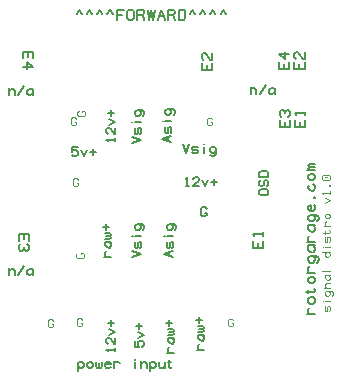
<source format=gto>
%FSTAX24Y24*%
%MOIN*%
%IN SILK1.GBR *%
%ADD10C,0.0043*%
%ADD11C,0.0050*%
%ADD12C,0.0057*%
D11*X007875Y0013D02*G01X0081D01*X007938Y001488D02*X0079Y001425D01*
Y001362D01*X007938Y0013D01*X0081Y0018D02*X0079D01*X008035Y0016D02*
X007972Y001618D01*X00793Y001645D01*X007908Y00168D01*X0079Y001705D01*
Y001725D01*Y00176D01*X00792Y0018D01*X008038Y0016D02*X008052D01*
X008062Y001602D01*X008075Y00161D01*X008085Y001628D01*X0081Y001662D01*
Y001718D01*X008078Y00177D01*X00805Y0018D01*X0079Y0019D02*X00805D01*
X0081Y001938D01*Y001962D01*X00805Y002D01*X0081Y002038D01*Y002062D01*
X00805Y0021D01*X0079D01*X00805Y002D02*X007938D01*X00795Y0022D02*
Y0024D01*X00785Y0023D02*X00805D01*D10*X004929Y009371D02*
X004886Y009329D01*Y009243D01*X004929Y0092D01*X0051D01*
X005143Y009243D01*Y009329D01*X0051Y009371D01*X005036D01*Y009329D01*D11*
X008875Y0014D02*X0091D01*X008938Y001588D02*X0089Y001525D01*Y001462D01*
X008938Y0014D01*X0091Y0019D02*X0089D01*X009035Y0017D02*
X008972Y001718D01*X00893Y001745D01*X008908Y00178D01*X0089Y001805D01*
Y001825D01*Y00186D01*X00892Y0019D01*X009038Y0017D02*X009052D01*
X009062Y001702D01*X009075Y00171D01*X009085Y001728D01*X0091Y001762D01*
Y001818D01*X009078Y00187D01*X00905Y0019D01*X0089Y002D02*X00905D01*
X0091Y002038D01*Y002062D01*X00905Y0021D01*X0091Y002138D01*Y002162D01*
X00905Y0022D01*X0089D01*X00905Y0021D02*X008938D01*X00895Y0023D02*
Y0025D01*X00885Y0024D02*X00905D01*X006694Y008306D02*X006994Y008406D01*
X006694Y008506D01*X006994Y008731D02*Y008669D01*X006969Y008606D02*
X006994Y008631D01*Y008769D01*X006969Y008794D01*X006919D01*
X006894Y008769D01*Y008631D01*X006869Y008606D01*X006819D01*
X006794Y008631D01*Y008769D01*X006819Y008794D01*X0068Y009D02*X006994D01*
X006719D02*X006712D01*X006931Y009394D02*X006994Y009331D01*Y009269D01*
X006931Y009206D01*X006844D01*X006794Y009269D01*Y009331D01*
X006856Y009394D01*X007044D01*X007106Y009331D01*Y009269D01*
X007069Y009206D01*X0059Y00135D02*X00585Y0014D01*X00615D01*Y00145D01*
Y0014D02*Y00135D01*X0059Y0016D02*X00585Y00165D01*Y00175D01*
X0059Y0018D01*X00595D01*X006Y00175D01*X0061Y0016D01*X00615D01*Y0018D01*
X00595Y0019D02*X00615Y002D01*X00595Y0021D01*X006Y0022D02*Y0024D01*
X0059Y0023D02*X0061D01*D12*X005029Y0126D02*X004943Y012714D01*
X004857Y0126D01*X005371D02*X005286Y012714D01*X0052Y0126D01*X005714D02*
X005629Y012714D01*X005543Y0126D01*X006057D02*X005971Y012714D01*
X005886Y0126D01*X006429Y012743D02*X0062D01*Y012571D01*Y0124D01*
Y012571D02*X006371D01*X006771Y012686D02*X006714Y012743D01*X0066D01*
X006543Y012686D01*Y012457D01*X0066Y0124D01*X006714D01*
X006771Y012457D01*Y012686D01*X006886Y0124D02*Y012743D01*X007057D01*
X007114Y012686D01*Y012629D01*X007057Y012571D01*X007114Y0124D01*
X007057Y012571D02*X006886D01*X007229Y012743D02*X007286Y0124D01*
X007343Y012743D01*X0074Y0124D01*X007457Y012743D01*X007571Y0124D02*
X007686Y012743D01*X007757Y012529D01*X0078Y0124D01*X007757Y012529D02*
X007614D01*X007914Y0124D02*Y012743D01*X008086D01*X008143Y012686D01*
Y012629D01*X008086Y012571D01*X008143Y0124D01*X008086Y012571D02*
X007914D01*X008486Y012686D02*X008429Y012743D01*X008257D01*Y0124D01*
X008429D01*X008486Y012457D01*Y012686D01*X0088Y0126D02*
X008714Y012714D01*X008629Y0126D01*X009143D02*X009057Y012714D01*
X008971Y0126D01*X009486D02*X0094Y012714D01*X009314Y0126D01*X009829D02*
X009743Y012714D01*X009657Y0126D01*D11*X011Y00675D02*X01095Y0067D01*
Y0066D01*X011Y00655D01*X0112D01*X01125Y0066D01*Y0067D01*X0112Y00675D01*
X011D01*Y00705D02*X01095Y007D01*Y0069D01*X011Y00685D01*X01105D01*
X0111Y0069D01*Y007D01*X01115Y00705D01*X0112D01*X01125Y007D01*Y0069D01*
X0112Y00685D01*X011Y00735D02*X01095Y0073D01*Y00715D01*X01125D01*
Y0073D01*X0112Y00735D01*X011D01*D12*X012114Y010986D02*Y010757D01*
X012286D01*X012457D01*Y010986D01*X012286Y010757D02*Y010929D01*
X012171Y0111D02*X012114Y011157D01*Y011271D01*X012171Y011329D01*
X012229D01*X012286Y011271D01*X0124Y0111D01*X012457D01*Y011329D01*D10*
X0133Y0028D02*Y002746D01*X013279Y002693D02*X0133Y002714D01*Y002832D01*
X013279Y002854D01*X013236D01*X013214Y002832D01*Y002714D01*
X013193Y002693D01*X01315D01*X013129Y002714D01*Y002832D01*
X01315Y002854D01*X013134Y00303D02*X0133D01*X013064D02*X013059D01*
X013246Y003368D02*X0133Y003314D01*Y003261D01*X013246Y003207D01*
X013171D01*X013129Y003261D01*Y003314D01*X013182Y003368D01*X013343D01*
X013396Y003314D01*Y003261D01*X013364Y003207D01*X013107Y003464D02*
X0133D01*X013182D02*X013129Y003518D01*Y003571D01*X013182Y003625D01*
X0133D01*Y003893D02*X013129D01*X013244Y003721D02*X013191Y003736D01*
X013154Y00376D01*X013135Y00379D01*X013129Y003811D01*Y003829D01*
Y003859D01*X013146Y003893D01*X013246Y003721D02*X013259D01*
X013268Y003724D01*X013279Y00373D01*X013287Y003745D01*X0133Y003775D01*
Y003822D01*X013281Y003867D01*X013257Y003893D01*X0133Y004021D02*
X013043D01*Y004654D02*X0133D01*X013182D02*X013129Y0046D01*Y004546D01*
X013171Y004493D01*X013246D01*X0133Y004546D01*Y0046D01*
X013246Y004654D01*X013134Y00483D02*X0133D01*X013064D02*X013059D01*
X0133Y005114D02*Y005061D01*X013279Y005007D02*X0133Y005029D01*
Y005146D01*X013279Y005168D01*X013236D01*X013214Y005146D01*Y005029D01*
X013193Y005007D01*X01315D01*X013129Y005029D01*Y005146D01*
X01315Y005168D01*X013086Y005307D02*X013279D01*X0133Y005329D01*
Y005361D01*X013279Y005382D01*X013129Y005264D02*Y00535D01*
X013107Y005521D02*X0133D01*X013161Y005682D02*X013129Y005629D01*
Y005575D01*X013161Y005521D01*X013246Y005779D02*X013182D01*
X013129Y005832D01*Y005886D01*X013182Y005939D01*X013246D01*
X0133Y005886D01*Y005832D01*X013246Y005779D01*X013129Y006293D02*
X0133Y006379D01*X013129Y006464D01*X013086Y006593D02*X013043Y006636D01*
X0133D01*Y006679D01*Y006636D02*Y006593D01*Y006871D02*Y006893D01*
X013279D01*Y006871D01*X0133D01*X013086Y007236D02*X013043Y007193D01*
Y007107D01*X013086Y007064D01*X013257D01*X0133Y007107D01*Y007193D01*
X013257Y007236D01*X013086D01*X013129Y00715D02*X013214D01*D11*
X0026Y010125D02*Y0099D01*Y010038D02*X002662Y0101D01*X002725D01*
X002788Y010038D01*Y0099D01*X0029D02*X0031Y0102D01*X0034Y0099D02*
Y0101D01*X0032Y009965D02*X003218Y010028D01*X003245Y01007D01*
X00328Y010092D01*X003305Y0101D01*X003325D01*X00336D01*X0034Y01008D01*
X0032Y009962D02*Y009948D01*X003202Y009938D01*X00321Y009925D01*
X003228Y009915D01*X003262Y0099D01*X003318D01*X00337Y009922D01*
X0034Y00995D01*X008062Y0045D02*X007762Y0046D01*X00795Y004662D01*
X008062Y0047D01*X00795Y004662D02*Y004538D01*X008062Y004925D02*
Y004862D01*X008038Y0048D02*X008062Y004825D01*Y004962D01*
X008038Y004988D01*X007988D01*X007962Y004962D01*Y004825D01*
X007938Y0048D01*X007888D01*X007862Y004825D01*Y004962D01*
X007888Y004988D01*X007869Y005194D02*X008062D01*X007788D02*X007781D01*
X008Y005588D02*X008062Y005525D01*Y005462D01*X008Y0054D01*X007912D01*
X007862Y005462D01*Y005525D01*X007925Y005588D01*X008112D01*
X008175Y005525D01*Y005462D01*X008138Y0054D01*D12*X012129Y009057D02*
Y008829D01*X0123D01*X012471D01*Y009057D01*X0123Y008829D02*Y009D01*
X012186Y009229D02*X012129Y009286D01*X012471D01*Y009343D01*Y009286D02*
Y009229D01*X009029Y010957D02*Y010729D01*X0092D01*X009371D01*Y010957D01*
X0092Y010729D02*Y0109D01*X009086Y011071D02*X009029Y011129D01*
Y011243D01*X009086Y0113D01*X009143D01*X0092Y011243D01*
X009314Y011071D01*X009371D01*Y0113D01*D10*X004071Y002371D02*
X004029Y002414D01*X003943D01*X0039Y002371D01*Y0022D01*
X003943Y002157D01*X004029D01*X004071Y0022D01*Y002264D01*X004029D01*D11*
X0092Y0061D02*X00915Y00615D01*X00905D01*X009Y0061D01*Y0059D01*
X00905Y00585D01*X00915D01*X0092Y0059D01*Y005975D01*X00915D01*
X0026Y004125D02*Y0039D01*Y004038D02*X002662Y0041D01*X002725D01*
X002788Y004038D01*Y0039D01*X0029D02*X0031Y0042D01*X0034Y0039D02*
Y0041D01*X0032Y003965D02*X003218Y004028D01*X003245Y00407D01*
X00328Y004092D01*X003305Y0041D01*X003325D01*X00336D01*X0034Y00408D01*
X0032Y003962D02*Y003948D01*X003202Y003938D01*X00321Y003925D01*
X003228Y003915D01*X003262Y0039D01*X003318D01*X00337Y003922D01*
X0034Y00395D01*D12*X003271Y005043D02*Y005271D01*X0031D01*X002929D01*
Y005043D01*X0031Y005271D02*Y0051D01*X003214Y004929D02*
X003271Y004871D01*Y004757D01*X003214Y0047D01*X003157D01*
X0031Y004757D01*X003043Y0047D01*X002986D01*X002929Y004757D01*
Y004871D01*X002986Y004929D01*X0031Y004757D02*Y004814D01*D10*
X004886Y004629D02*X004843Y004586D01*Y0045D01*X004886Y004457D01*
X005057D01*X0051Y0045D01*Y004586D01*X005057Y004629D01*X004993D01*
Y004586D01*D11*X0068Y0017D02*Y0015D01*X00695D01*X0069Y00155D01*
Y00165D01*X00695Y0017D01*X00705D01*X0071Y00165D01*Y00155D01*
X00705Y0015D01*X0069Y0018D02*X0071Y0019D01*X0069Y002D01*X00695Y0021D02*
Y0023D01*X00685Y0022D02*X00705D01*D10*X0049Y007071D02*
X004857Y007114D01*X004771D01*X004729Y007071D01*Y0069D01*
X004771Y006857D01*X004857D01*X0049Y0069D01*Y006964D01*X004857D01*D12*
X0116Y010986D02*Y010757D01*X011771D01*X011943D01*Y010986D01*
X011771Y010757D02*Y010929D01*X011943Y011271D02*X0116D01*X0118Y0111D01*
Y011329D01*D11*X010655Y010155D02*Y00993D01*Y010068D02*X010718Y01013D01*
X01078D01*X010842Y010068D01*Y00993D01*X010955D02*X011155Y01023D01*
X011455Y00993D02*Y01013D01*X011255Y009995D02*X011272Y010058D01*
X0113Y0101D01*X011335Y010122D01*X01136Y01013D01*X01138D01*X011415D01*
X011455Y01011D01*X011255Y009992D02*Y009978D01*X011258Y009968D01*
X011265Y009955D01*X011282Y009945D01*X011318Y00993D01*X011372D01*
X011425Y009952D01*X011455Y00998D01*D10*X004843Y009107D02*
X0048Y00915D01*X004714D01*X004671Y009107D01*Y008936D01*
X004714Y008893D01*X0048D01*X004843Y008936D01*Y009D01*X0048D01*D11*
X0059Y00835D02*X00585Y0084D01*X00615D01*Y00845D01*Y0084D02*Y00835D01*
X0059Y0086D02*X00585Y00865D01*Y00875D01*X0059Y0088D01*X00595D01*
X006Y00875D01*X0061Y0086D01*X00615D01*Y0088D01*X00595Y0089D02*
X00615Y009D01*X00595Y0091D01*X006Y0092D02*Y0094D01*X0059Y0093D02*
X0061D01*X008012Y008338D02*X007712Y008438D01*X0079Y0085D01*
X008012Y008538D01*X0079Y0085D02*Y008375D01*X008012Y008762D02*Y0087D01*
X007988Y008638D02*X008012Y008662D01*Y0088D01*X007988Y008825D01*
X007938D01*X007912Y0088D01*Y008662D01*X007888Y008638D01*X007838D01*
X007812Y008662D01*Y0088D01*X007838Y008825D01*X007819Y009031D02*
X008012D01*X007738D02*X007731D01*X00795Y009425D02*X008012Y009362D01*
Y0093D01*X00795Y009238D01*X007862D01*X007812Y0093D01*Y009362D01*
X007875Y009425D01*X008062D01*X008125Y009362D01*Y0093D01*
X008088Y009238D01*X0085Y0071D02*X00855Y00715D01*Y00685D01*X0086D01*
X00855D02*X0085D01*X00875Y0071D02*X0088Y00715D01*X0089D01*
X00895Y0071D01*Y00705D01*X0089Y007D01*X00875Y0069D01*Y00685D01*
X00895D01*X00905Y00705D02*X00915Y00685D01*X00925Y00705D01*
X00935Y007D02*X00955D01*X00945Y0071D02*Y0069D01*X005775Y0045D02*
X006D01*X005838Y004688D02*X0058Y004625D01*Y004562D01*X005838Y0045D01*
X006Y005D02*X0058D01*X005935Y0048D02*X005872Y004818D01*
X00583Y004845D01*X005808Y00488D01*X0058Y004905D01*Y004925D01*Y00496D01*
X00582Y005D01*X005938Y0048D02*X005952D01*X005962Y004802D01*
X005975Y00481D01*X005985Y004828D01*X006Y004862D01*Y004918D01*
X005978Y00497D01*X00595Y005D01*X0058Y0051D02*X00595D01*X006Y005138D01*
Y005162D01*X00595Y0052D01*X006Y005238D01*Y005262D01*X00595Y0053D01*
X0058D01*X00595Y0052D02*X005838D01*X00585Y0054D02*Y0056D01*
X00575Y0055D02*X00595D01*X0049Y001D02*Y000688D01*Y000862D02*
X004962Y0008D01*X005025D01*X005088Y000862D01*Y000938D01*X005025Y001D01*
X004962D01*X0049Y00095D01*X0052Y000862D02*Y000938D01*X005262Y001D01*
X005325D01*X005388Y000938D01*Y000862D01*X005325Y0008D01*X005262D01*
X0052Y000862D01*X0055Y001D02*Y00085D01*X005538Y0008D01*X005562D01*
X0056Y00085D01*X005638Y0008D01*X005662D01*X0057Y00085D01*Y001D01*
X0056Y00085D02*Y000962D01*X0058Y000912D02*X005988D01*Y000938D01*
X005925Y001D01*X005862D01*X0058Y00095D01*Y000862D01*Y00085D01*
X00585Y0008D01*X00595D01*X005988Y000825D01*X0061Y001025D02*Y0008D01*
X006288Y000962D02*X006225Y001D01*X006162D01*X0061Y000962D01*
X006794Y000994D02*Y0008D01*Y001075D02*Y001081D01*X007Y001025D02*
Y0008D01*Y000938D02*X007062Y001D01*X007125D01*X007188Y000938D01*
Y0008D01*X0073Y001D02*Y000688D01*Y000862D02*X007362Y0008D01*X007425D01*
X007488Y000862D01*Y000938D01*X007425Y001D01*X007362D01*X0073Y00095D01*
X007788Y001D02*Y0008D01*Y00085D02*X007738Y0008D01*X00765D01*
X0076Y00085D01*Y001D01*X00795Y00105D02*Y000825D01*X007975Y0008D01*
X008012D01*X008038Y000825D01*X0079Y001D02*X008D01*D10*X009371Y0091D02*
X009329Y009143D01*X009243D01*X0092Y0091D01*Y008929D01*
X009243Y008886D01*X009329D01*X009371Y008929D01*Y008993D01*X009329D01*
D11*X0067Y0045D02*X007Y0046D01*X0067Y0047D01*X007Y004925D02*Y004862D01*
X006975Y0048D02*X007Y004825D01*Y004962D01*X006975Y004988D01*X006925D01*
X0069Y004962D01*Y004825D01*X006875Y0048D01*X006825D01*X0068Y004825D01*
Y004962D01*X006825Y004988D01*X006806Y005194D02*X007D01*X006725D02*
X006719D01*X006938Y005588D02*X007Y005525D01*Y005462D01*X006938Y0054D01*
X00685D01*X0068Y005462D01*Y005525D01*X006862Y005588D01*X00705D01*
X007112Y005525D01*Y005462D01*X007075Y0054D01*D12*X0034Y011114D02*
Y011343D01*X003229D01*X003057D01*Y011114D01*X003229Y011343D02*
Y011171D01*X003057Y010829D02*X0034D01*X0032Y011D01*Y010771D01*D10*
X010071Y0024D02*X010029Y002443D01*X009943D01*X0099Y0024D01*Y002229D01*
X009943Y002186D01*X010029D01*X010071Y002229D01*Y002293D01*X010029D01*
D12*X011629Y009057D02*Y008829D01*X0118D01*X011971D01*Y009057D01*
X0118Y008829D02*Y009D01*X011686Y009171D02*X011629Y009229D01*Y009343D01*
X011686Y0094D01*X011743D01*X0118Y009343D01*X011857Y0094D01*X011914D01*
X011971Y009343D01*Y009229D01*X011914Y009171D01*X0118Y009343D02*
Y009286D01*D11*X0049Y00815D02*X0047D01*Y008D01*X00475Y00805D01*
X00485D01*X0049Y008D01*Y0079D01*X00485Y00785D01*X00475D01*
X0047Y0079D01*X005Y00805D02*X0051Y00785D01*X0052Y00805D01*X0053Y008D02*
X0055D01*X0054Y0081D02*Y0079D01*D12*X010729Y005029D02*Y0048D01*
X0109D01*X011071D01*Y005029D01*X0109Y0048D02*Y004971D01*
X010786Y0052D02*X010729Y005257D01*X011071D01*Y005314D01*Y005257D02*
Y0052D01*D10*X005043Y002407D02*X005Y00245D01*X004914D01*
X004871Y002407D01*Y002236D01*X004914Y002193D01*X005D01*
X005043Y002236D01*Y0023D01*X005D01*D12*X012537Y002591D02*X012794D01*
X012609Y002806D02*X012566Y002734D01*Y002663D01*X012609Y002591D01*
X012723Y002934D02*X012637D01*X012566Y003006D01*Y003077D01*
X012637Y003149D01*X012723D01*X012794Y003077D01*Y003006D01*
X012723Y002934D01*X012509Y003334D02*X012766D01*X012794Y003363D01*
Y003406D01*X012766Y003434D01*X012566Y003277D02*Y003391D01*
X012723Y00362D02*X012637D01*X012566Y003691D01*Y003763D01*
X012637Y003834D01*X012723D01*X012794Y003763D01*Y003691D01*
X012723Y00362D01*X012537Y003963D02*X012794D01*X012609Y004177D02*
X012566Y004106D01*Y004034D01*X012609Y003963D01*X012723Y00452D02*
X012794Y004449D01*Y004377D01*X012723Y004306D01*X012623D01*
X012566Y004377D01*Y004449D01*X012637Y00452D01*X012851D01*
X012923Y004449D01*Y004377D01*X01288Y004306D01*X012794Y004877D02*
X012566D01*X01272Y004649D02*X012649Y004669D01*X0126Y0047D01*
X012574Y00474D01*X012566Y004769D01*Y004791D01*Y004831D01*
X012589Y004877D01*X012723Y004649D02*X01274D01*X012751Y004651D01*
X012766Y00466D01*X012777Y00468D01*X012794Y00472D01*Y004783D01*
X012769Y004843D01*X012737Y004877D01*X012537Y004991D02*X012794D01*
X012609Y005206D02*X012566Y005134D01*Y005063D01*X012609Y004991D01*
X012794Y005563D02*X012566D01*X01272Y005334D02*X012649Y005354D01*
X0126Y005386D01*X012574Y005426D01*X012566Y005454D01*Y005477D01*
Y005517D01*X012589Y005563D01*X012723Y005334D02*X01274D01*
X012751Y005337D01*X012766Y005346D01*X012777Y005366D01*
X012794Y005406D01*Y005469D01*X012769Y005529D01*X012737Y005563D01*
X012723Y005891D02*X012794Y00582D01*Y005749D01*X012723Y005677D01*
X012623D01*X012566Y005749D01*Y00582D01*X012637Y005891D01*X012851D01*
X012923Y00582D01*Y005749D01*X01288Y005677D01*X012666Y00602D02*
Y006234D01*X012637D01*X012566Y006163D01*Y006091D01*X012623Y00602D01*
X012723D01*X012737D01*X012794Y006077D01*Y006191D01*X012766Y006234D01*
X012794Y006449D02*Y006477D01*X012766D01*Y006449D01*X012794D01*
X012566Y006863D02*X012594D01*X012566Y00682D01*Y006806D01*
X01258Y006777D01*X012623Y006734D01*X012694Y006706D01*X012723D01*
X012766Y00672D01*X012794Y006777D01*Y006849D01*X012751Y00692D01*
X012723Y007049D02*X012637D01*X012566Y00712D01*Y007191D01*
X012637Y007263D01*X012723D01*X012794Y007191D01*Y00712D01*
X012723Y007049D01*X012794Y007499D02*X012637D01*X012566Y007552D01*
X012637Y007606D01*X012794D01*X012637Y007391D02*X012566Y007445D01*
X012637Y007498D01*X012537Y007391D02*X012794D01*D11*X0084Y008275D02*
X0085Y007975D01*X0086Y008275D01*X008825Y007975D02*X008762D01*
X0087Y008D02*X008725Y007975D01*X008862D01*X008888Y008D01*Y00805D01*
X008862Y008075D01*X008725D01*X0087Y0081D01*Y00815D01*X008725Y008175D01*
X008862D01*X008888Y00815D01*X009094Y008169D02*Y007975D01*Y00825D02*
Y008256D01*X009488Y008038D02*X009425Y007975D01*X009362D01*
X0093Y008038D01*Y008125D01*X009362Y008175D01*X009425D01*
X009488Y008112D01*Y007925D01*X009425Y007862D01*X009362D01*
X0093Y0079D01*
M02*
</source>
